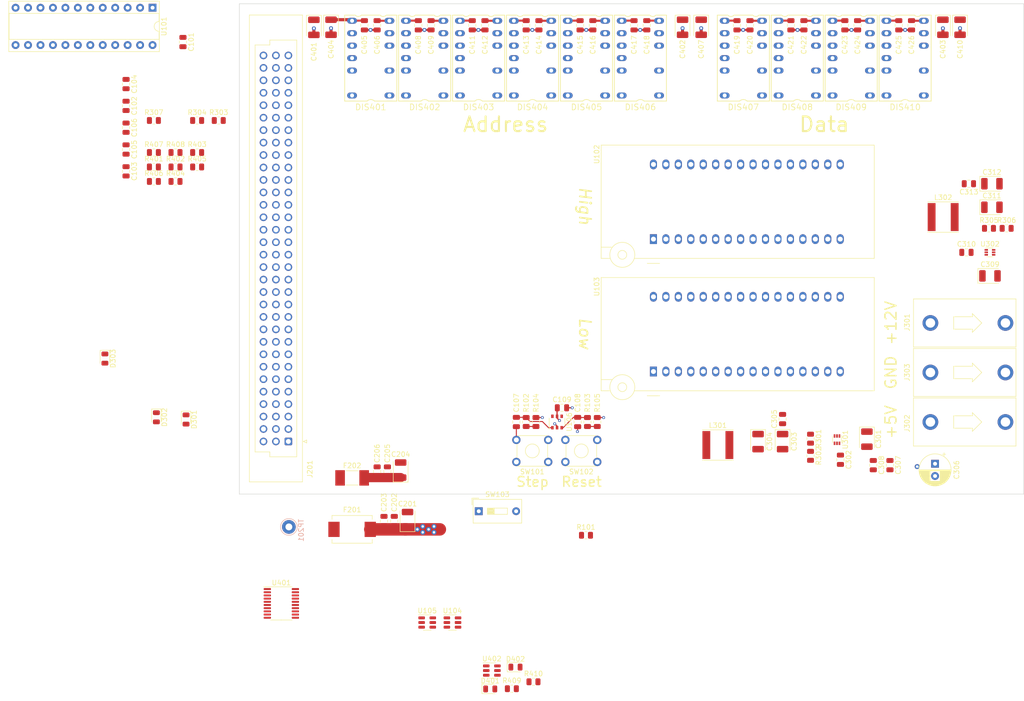
<source format=kicad_pcb>
(kicad_pcb (version 20211014) (generator pcbnew)
  (layers (0 "F.Cu" signal) (1 "In1.Cu" signal) (2 "In2.Cu" signal) (31 "B.Cu" signal) (34 "B.Paste" user) (35 "F.Paste" user) (36 "B.SilkS" user "B.Silkscreen") (37 "F.SilkS" user "F.Silkscreen") (38 "B.Mask" user) (39 "F.Mask" user) (44 "Edge.Cuts" user))
  (net 0 "")
  (net 1 "+5V")
  (net 2 "GND")
  (net 3 "+12V")
  (net 4 "Net-(C302-Pad1)")
  (net 5 "Net-(C302-Pad2)")
  (net 6 "Net-(C310-Pad1)")
  (net 7 "Net-(C310-Pad2)")
  (net 8 "+5VA")
  (net 9 "Net-(D301-Pad2)")
  (net 10 "Net-(D302-Pad2)")
  (net 11 "Net-(D303-Pad2)")
  (net 12 "/I2C_SCL")
  (net 13 "/Backplane Connector/D9")
  (net 14 "/Backplane Connector/D10")
  (net 15 "/Backplane Connector/D7")
  (net 16 "/Backplane Connector/D6")
  (net 17 "/Backplane Connector/D2")
  (net 18 "/Backplane Connector/A23")
  (net 19 "/Backplane Connector/A20")
  (net 20 "/Backplane Connector/A13")
  (net 21 "/Backplane Connector/A14")
  (net 22 "/Backplane Connector/A11")
  (net 23 "/Backplane Connector/A7")
  (net 24 "/Backplane Connector/A5")
  (net 25 "/R{slash}~{W}")
  (net 26 "/CLK")
  (net 30 "/~{MEM}")
  (net 31 "/~{RESET}")
  (net 32 "/~{IACK}")
  (net 33 "/SNDR")
  (net 34 "/~{I2C_IRQ}")
  (net 35 "/Backplane Connector/D8")
  (net 36 "/Backplane Connector/D11")
  (net 37 "/Backplane Connector/D14")
  (net 38 "/Backplane Connector/D5")
  (net 39 "/Backplane Connector/D4")
  (net 40 "/Backplane Connector/D0")
  (net 41 "/Backplane Connector/A21")
  (net 42 "/Backplane Connector/A15")
  (net 43 "/Backplane Connector/A16")
  (net 44 "/Backplane Connector/A10")
  (net 45 "/Backplane Connector/A9")
  (net 46 "/Backplane Connector/A4")
  (net 47 "/Backplane Connector/A3")
  (net 48 "/~{LDS}")
  (net 49 "/~{DTACK}")
  (net 54 "/~{BG}")
  (net 55 "/~{BR}")
  (net 56 "/~{IRQ}")
  (net 57 "/I2C_SDA")
  (net 58 "/Backplane Connector/D13")
  (net 59 "/Backplane Connector/D15")
  (net 60 "/Backplane Connector/D12")
  (net 61 "/Backplane Connector/D3")
  (net 62 "/Backplane Connector/D1")
  (net 63 "/Backplane Connector/A22")
  (net 64 "/Backplane Connector/A19")
  (net 65 "/Backplane Connector/A17")
  (net 66 "/Backplane Connector/A18")
  (net 67 "/Backplane Connector/A12")
  (net 68 "/Backplane Connector/A8")
  (net 69 "/Backplane Connector/A6")
  (net 70 "/Backplane Connector/A2")
  (net 71 "/Backplane Connector/A1")
  (net 72 "/~{UDS}")
  (net 73 "/~{AS}")
  (net 78 "/~{HALT}")
  (net 79 "/~{BGACK}")
  (net 80 "/~{BERR}")
  (net 81 "/SNDL")
  (net 82 "Net-(C107-Pad1)")
  (net 83 "/~{FLASH_CS}")
  (net 84 "/~{LOE}")
  (net 85 "/~{LWE}")
  (net 86 "/~{UWE}")
  (net 87 "Net-(C108-Pad1)")
  (net 88 "/~{UOE}")
  (net 89 "/A20")
  (net 90 "/DTACK")
  (net 91 "/A21")
  (net 92 "Net-(R102-Pad1)")
  (net 93 "/A22")
  (net 94 "Net-(R103-Pad1)")
  (net 95 "/A23")
  (net 99 "Net-(R301-Pad2)")
  (net 101 "Net-(R305-Pad2)")
  (net 103 "Net-(DIS407-Pad4)")
  (net 104 "/Displays and Indicators/~{WRITE_LED}")
  (net 105 "Net-(DIS407-Pad10)")
  (net 106 "/Displays and Indicators/~{LDS_LED}")
  (net 107 "Net-(DIS408-Pad4)")
  (net 108 "Net-(DIS408-Pad10)")
  (net 109 "Net-(DIS409-Pad4)")
  (net 110 "Net-(DIS409-Pad10)")
  (net 111 "/Displays and Indicators/~{UDS_LED}")
  (net 112 "Net-(DIS410-Pad4)")
  (net 113 "Net-(DIS410-Pad10)")
  (net 114 "/Displays and Indicators/A2")
  (net 115 "/Displays and Indicators/A1")
  (net 116 "/Displays and Indicators/A3")
  (net 119 "/Displays and Indicators/~{ADDR_LATCH}")
  (net 120 "/Displays and Indicators/BLANK_ADDR")
  (net 121 "/Displays and Indicators/A6")
  (net 122 "/Displays and Indicators/A5")
  (net 123 "/Displays and Indicators/A7")
  (net 124 "/Displays and Indicators/A4")
  (net 127 "/Displays and Indicators/A10")
  (net 128 "/Displays and Indicators/A9")
  (net 129 "/Displays and Indicators/A11")
  (net 130 "/Displays and Indicators/A8")
  (net 133 "/Displays and Indicators/A14")
  (net 134 "/Displays and Indicators/A13")
  (net 135 "/Displays and Indicators/A15")
  (net 136 "/Displays and Indicators/A12")
  (net 139 "/Displays and Indicators/A18")
  (net 140 "/Displays and Indicators/A17")
  (net 141 "/Displays and Indicators/A19")
  (net 142 "/Displays and Indicators/A16")
  (net 145 "/Displays and Indicators/A22")
  (net 146 "/Displays and Indicators/A21")
  (net 147 "/Displays and Indicators/A23")
  (net 148 "/Displays and Indicators/A20")
  (net 151 "/Displays and Indicators/D2")
  (net 152 "/Displays and Indicators/D1")
  (net 153 "/Displays and Indicators/D3")
  (net 154 "/Displays and Indicators/D0")
  (net 155 "/Displays and Indicators/~{DATA_LATCH}")
  (net 156 "/Displays and Indicators/BLANK_DATA")
  (net 157 "/Displays and Indicators/D6")
  (net 158 "/Displays and Indicators/D5")
  (net 159 "/Displays and Indicators/D7")
  (net 160 "/Displays and Indicators/D4")
  (net 161 "/Displays and Indicators/D10")
  (net 162 "/Displays and Indicators/D9")
  (net 163 "/Displays and Indicators/D11")
  (net 164 "/Displays and Indicators/D8")
  (net 165 "/Displays and Indicators/D14")
  (net 166 "/Displays and Indicators/D13")
  (net 167 "/Displays and Indicators/D15")
  (net 168 "/Displays and Indicators/D12")
  (net 170 "/A17")
  (net 171 "/A16")
  (net 172 "/A18")
  (net 173 "/A13")
  (net 174 "/A15")
  (net 175 "/A8")
  (net 176 "/A14")
  (net 177 "/A7")
  (net 178 "/A9")
  (net 179 "/A6")
  (net 180 "/A10")
  (net 181 "/A5")
  (net 182 "/A12")
  (net 183 "/A4")
  (net 184 "/A3")
  (net 185 "/A11")
  (net 186 "/A2")
  (net 187 "/A1")
  (net 188 "/D15")
  (net 189 "/D8")
  (net 190 "/D14")
  (net 191 "/D9")
  (net 192 "/D13")
  (net 193 "/D10")
  (net 194 "/D12")
  (net 195 "/D11")
  (net 197 "/D7")
  (net 198 "/D0")
  (net 199 "/D6")
  (net 200 "/D1")
  (net 201 "/D5")
  (net 202 "/D2")
  (net 203 "/D4")
  (net 204 "/D3")
  (net 205 "/RESET")
  (net 206 "/HALT")
  (net 218 "Net-(F201-Pad1)")
  (net 219 "Net-(F202-Pad1)")
  (net 220 "/~{POR}")
  (net 221 "/~{RUN}")
  (net 222 "/~{STEP}")
  (net 223 "Net-(D401-Pad2)")
  (net 224 "Net-(D402-Pad2)")
  (net 225 "Net-(R409-Pad1)")
  (net 226 "Net-(R410-Pad1)")
  (footprint "Capacitor_Tantalum_SMD:CP_EIA-3528-21_Kemet-B" (layer "F.Cu") (at 52.9 115.1 90)
    (fp_text reference "C204")
    (fp_text value "10µF" hide)
  )
  (footprint "Resistor_SMD:R_0805_2012Metric" (layer "F.Cu") (at 75.58 159.7)
    (fp_text reference "R409")
    (fp_text value "1k")
  )
  (footprint "Resistor_SMD:R_0805_2012Metric" (layer "F.Cu") (at 11.386428 50.33)
    (fp_text reference "R403")
    (fp_text value "300R")
  )
  (footprint "Capacitor_SMD:C_0805_2012Metric" (layer "F.Cu") (at 100.5 24.38125 -90)
    (fp_text reference "C417")
    (fp_text value "100nF" hide)
  )
  (footprint "Capacitor_SMD:C_0805_2012Metric" (layer "F.Cu") (at 146.1 24.38125 -90)
    (fp_text reference "C424")
    (fp_text value "100nF" hide)
  )
  (footprint "Capacitor_SMD:C_0805_2012Metric" (layer "F.Cu") (at 56.5 24.38125 -90)
    (fp_text reference "C408")
    (fp_text value "100nF" hide)
  )
  (footprint "LED_SMD:LED_0805_2012Metric" (layer "F.Cu") (at 76.32 155.295)
    (fp_text reference "D402")
    (fp_text value "Yellow")
  )
  (footprint "Capacitor_SMD:C_0805_2012Metric" (layer "F.Cu") (at 168.8 56.7 180)
    (fp_text reference "C313")
    (fp_text value "100nF")
  )
  (footprint "Capacitor_SMD:C_0805_2012Metric" (layer "F.Cu") (at 92.1 24.38125 -90)
    (fp_text reference "C416")
    (fp_text value "100nF" hide)
  )
  (footprint "Capacitor_Tantalum_SMD:CP_EIA-3528-21_Kemet-B" (layer "F.Cu") (at 110.4 24.78125 -90)
    (fp_text reference "C402")
    (fp_text value "10µF" hide)
  )
  (footprint "Resistor_SMD:R_0805_2012Metric" (layer "F.Cu") (at 11.386428 53.28)
    (fp_text reference "R405")
    (fp_text value "300R")
  )
  (footprint "Capacitor_SMD:C_0805_2012Metric" (layer "F.Cu") (at 48.1 115.4 90)
    (fp_text reference "C206")
    (fp_text value "100nF" hide)
  )
  (footprint "Capacitor_SMD:C_0805_2012Metric" (layer "F.Cu") (at 135.15 24.38125 -90)
    (fp_text reference "C422")
    (fp_text value "100nF" hide)
  )
  (footprint "Button_Switch_THT:SW_TH_Tactile_Omron_B3F-10xx" (layer "F.Cu") (at 86.5 108.95)
    (fp_text reference "SW102")
    (fp_text value "Orang")
  )
  (footprint "Resistor_SMD:R_0805_2012Metric" (layer "F.Cu") (at 2.566428 43.8)
    (fp_text reference "R307")
    (fp_text value "300R")
  )
  (footprint "Capacitor_SMD:C_0805_2012Metric" (layer "F.Cu") (at -3.11 36.37 -90)
    (fp_text reference "C104")
    (fp_text value "100nF")
  )
  (footprint "Resistor_SMD:R_0805_2012Metric" (layer "F.Cu") (at 172.9 65.8)
    (fp_text reference "R305")
    (fp_text value "52k3")
  )
  (footprint "Capacitor_Tantalum_SMD:CP_EIA-3528-21_Kemet-B" (layer "F.Cu") (at 38.7 24.78125 -90)
    (fp_text reference "C404")
    (fp_text value "10µF" hide)
  )
  (footprint "led-displays-obsolete:TIL311" (layer "F.Cu") (at 155.8 31.08125 -90)
    (fp_text reference "DIS410")
    (fp_text value "TIL311")
  )
  (footprint "LED_SMD:LED_0805_2012Metric" (layer "F.Cu") (at 9.125 104.79 -90)
    (fp_text reference "D301")
    (fp_text value "Green")
  )
  (footprint "Capacitor_SMD:C_0805_2012Metric" (layer "F.Cu") (at 51.6 125.5 90)
    (fp_text reference "C202")
    (fp_text value "1µF" hide)
  )
  (footprint "Capacitor_THT:CP_Radial_D6.3mm_P2.50mm" (layer "F.Cu") (at 161.9 113.81762 -90)
    (fp_text reference "C306")
    (fp_text value "47µF")
  )
  (footprint "led-displays-obsolete:TIL311" (layer "F.Cu") (at 101.8 31.08125 -90)
    (fp_text reference "DIS406")
    (fp_text value "TIL311")
  )
  (footprint "Package_SO:TSSOP-20_4.4x6.5mm_P0.65mm" (layer "F.Cu") (at 28.566666 142.3)
    (fp_text reference "U401")
    (fp_text value "74HC244")
  )
  (footprint "Capacitor_Tantalum_SMD:CP_EIA-3528-21_Kemet-B" (layer "F.Cu") (at 173.5 56.7)
    (fp_text reference "C312")
    (fp_text value "22µF")
  )
  (footprint "Capacitor_SMD:C_0805_2012Metric" (layer "F.Cu") (at 132.5 24.38125 -90)
    (fp_text reference "C421")
    (fp_text value "100nF" hide)
  )
  (footprint "Button_Switch_THT:SW_TH_Tactile_Omron_B3F-10xx" (layer "F.Cu") (at 76.5 108.95)
    (fp_text reference "SW101")
    (fp_text value "Black")
  )
  (footprint "Capacitor_SMD:C_0805_2012Metric" (layer "F.Cu") (at 124.15 24.38125 -90)
    (fp_text reference "C420")
    (fp_text value "100nF" hide)
  )
  (footprint "led-displays-obsolete:TIL311" (layer "F.Cu") (at 144.8 31.08125 -90)
    (fp_text reference "DIS409")
    (fp_text value "TIL311")
  )
  (footprint "Resistor_SMD:R_0805_2012Metric" (layer "F.Cu") (at 6.976428 50.33)
    (fp_text reference "R408")
    (fp_text value "300R")
  )
  (footprint "Package_TO_SOT_SMD:SOT-23-6" (layer "F.Cu") (at 63.466666 146.2)
    (fp_text reference "U104")
    (fp_text value "74AUC2G07")
  )
  (footprint "LED_SMD:LED_0805_2012Metric" (layer "F.Cu") (at 3.075 104.34 -90)
    (fp_text reference "D302")
    (fp_text value "Green")
  )
  (footprint "Capacitor_SMD:C_0805_2012Metric" (layer "F.Cu") (at 81.1 24.38125 -90)
    (fp_text reference "C414")
    (fp_text value "100nF" hide)
  )
  (footprint "Capacitor_SMD:C_0805_2012Metric" (layer "F.Cu") (at 89.5 24.38125 -90)
    (fp_text reference "C415")
    (fp_text value "100nF" hide)
  )
  (footprint "Capacitor_SMD:C_0805_2012Metric" (layer "F.Cu") (at 50.2 115.4 90)
    (fp_text reference "C205")
    (fp_text value "1µF" hide)
  )
  (footprint "Capacitor_SMD:C_0805_2012Metric" (layer "F.Cu") (at 121.5 24.38125 -90)
    (fp_text reference "C419")
    (fp_text value "100nF" hide)
  )
  (footprint "Capacitor_Tantalum_SMD:CP_EIA-3528-21_Kemet-B" (layer "F.Cu") (at 173.5 61.5)
    (fp_text reference "C311")
    (fp_text value "22µF")
  )
  (footprint "Resistor_SMD:R_0805_2012Metric" (layer "F.Cu") (at 176.5 65.8)
    (fp_text reference "R306")
    (fp_text value "10k")
  )
  (footprint "Capacitor_SMD:C_0805_2012Metric" (layer "F.Cu") (at 157.1 24.38125 -90)
    (fp_text reference "C426")
    (fp_text value "100nF" hide)
  )
  (footprint "Capacitor_Tantalum_SMD:CP_EIA-3528-21_Kemet-B" (layer "F.Cu") (at 54.3 125.2 90)
    (fp_text reference "C201")
    (fp_text value "10µF" hide)
  )
  (footprint "Capacitor_SMD:C_0805_2012Metric" (layer "F.Cu") (at 168.3 70.7)
    (fp_text reference "C310")
    (fp_text value "100nF")
  )
  (footprint "Resistor_SMD:R_0805_2012Metric" (layer "F.Cu") (at 136.5 108.7 -90)
    (fp_text reference "R301")
    (fp_text value "52k3")
  )
  (footprint "Capacitor_Tantalum_SMD:CP_EIA-3528-21_Kemet-B" (layer "F.Cu") (at 173.1 75.5)
    (fp_text reference "C309")
    (fp_text value "10µF")
  )
  (footprint "Inductor_SMD:L_Taiyo-Yuden_NR-60xx" (layer "F.Cu") (at 163.55 63.5)
    (fp_text reference "L302")
    (fp_text value "2.2µH")
  )
  (footprint "68komputer-common:DELTRON-571-0x00" (layer "F.Cu") (at 178.405 85.1 -90)
    (fp_text reference "J301")
    (fp_text value "Conn_01x01_Female" hide)
  )
  (footprint "Capacitor_SMD:C_0805_2012Metric" (layer "F.Cu") (at 45.5 24.38125 -90)
    (fp_text reference "C405")
    (fp_text value "100nF" hide)
  )
  (footprint "Resistor_SMD:R_0805_2012Metric" (layer "F.Cu") (at 90.7 128.4)
    (fp_text reference "R101")
    (fp_text value "10k" hide)
  )
  (footprint "Capacitor_SMD:C_0805_2012Metric" (layer "F.Cu") (at 143.5 24.38125 -90)
    (fp_text reference "C423")
    (fp_text value "100nF" hide)
  )
  (footprint "Resistor_SMD:R_0805_2012Metric" (layer "F.Cu") (at 78.5 105.3 90)
    (fp_text reference "R102")
    (fp_text value "100R" hide)
  )
  (footprint "Resistor_SMD:R_0805_2012Metric" (layer "F.Cu") (at 136.5 112.2 -90)
    (fp_text reference "R302")
    (fp_text value "10k")
  )
  (footprint "Resistor_SMD:R_0805_2012Metric" (layer "F.Cu") (at 2.566428 53.28)
    (fp_text reference "R401")
    (fp_text value "300R")
  )
  (footprint "Resistor_SMD:R_0805_2012Metric" (layer "F.Cu") (at 2.566428 50.33)
    (fp_text reference "R407")
    (fp_text value "300R")
  )
  (footprint "Capacitor_SMD:C_0805_2012Metric" (layer "F.Cu") (at 149.3 114.1 -90)
    (fp_text reference "C308")
    (fp_text value "100nF")
  )
  (footprint "Capacitor_SMD:C_0805_2012Metric" (layer "F.Cu") (at -3.11 40.82 -90)
    (fp_text reference "C102")
    (fp_text value "100nF")
  )
  (footprint "Capacitor_Tantalum_SMD:CP_EIA-3528-21_Kemet-B" (layer "F.Cu") (at 163.5 24.78125 -90)
    (fp_text reference "C403")
    (fp_text value "10µF" hide)
  )
  (footprint "Socket:DIP_Socket-32_W11.9_W12.7_W15.24_W17.78_W18.5_3M_232-1285-00-0602J" (layer "F.Cu") (at 104.46 68 90)
    (fp_text reference "U102")
    (fp_text value "SST39SF020")
  )
  (footprint "Package_TO_SOT_SMD:SOT-23-6" (layer "F.Cu") (at 71.5 156)
    (fp_text reference "U402")
    (fp_text value "74AUC2G34")
  )
  (footprint "Capacitor_Tantalum_SMD:CP_EIA-3528-21_Kemet-B" (layer "F.Cu") (at 114.2 24.78125 -90)
    (fp_text reference "C407")
    (fp_text value "10µF" hide)
  )
  (footprint "Connector_DIN:DIN41612_C_3x32_Female_Vertical_THT" (layer "F.Cu") (at 30 109.27 180)
    (fp_text reference "J201")
    (fp_text value "Conn_03x32_Row_Letter_First")
  )
  (footprint "Resistor_SMD:R_0805_2012Metric" (layer "F.Cu") (at 91 105.3 90)
    (fp_text reference "R103")
    (fp_text value "100R" hide)
  )
  (footprint "Capacitor_Tantalum_SMD:CP_EIA-3528-21_Kemet-B" (layer "F.Cu") (at 35.2 24.8 -90)
    (fp_text reference "C401")
    (fp_text value "10µF" hide)
  )
  (footprint "Resistor_SMD:R_0805_2012Metric" (layer "F.Cu") (at 2.566428 56.23)
    (fp_text reference "R406")
    (fp_text value "300R")
  )
  (footprint "Capacitor_SMD:C_0805_2012Metric" (layer "F.Cu") (at -3.11 49.72 -90)
    (fp_text reference "C105")
    (fp_text value "4.7µF")
  )
  (footprint "Capacitor_SMD:C_0805_2012Metric" (layer "F.Cu") (at 67.5 24.38125 -90)
    (fp_text reference "C411")
    (fp_text value "100nF" hide)
  )
  (footprint "Capacitor_SMD:C_0805_2012Metric" (layer "F.Cu") (at 48.1 24.38125 -90)
    (fp_text reference "C406")
    (fp_text value "100nF" hide)
  )
  (footprint "Resistor_SMD:R_0805_2012Metric" (layer "F.Cu") (at 6.976428 53.28)
    (fp_text reference "R402")
    (fp_text value "300R")
  )
  (footprint "Capacitor_SMD:C_0805_2012Metric" (layer "F.Cu") (at -3.11 54.17 -90)
    (fp_text reference "C103")
    (fp_text value "4.7µF")
  )
  (footprint "Socket:DIP_Socket-32_W11.9_W12.7_W15.24_W17.78_W18.5_3M_232-1285-00-0602J" (layer "F.Cu") (at 104.46 95 90)
    (fp_text reference "U103")
    (fp_text value "SST39SF020")
  )
  (footprint "Capacitor_SMD:C_0805_2012Metric" (layer "F.Cu") (at 76.5 105.3 -90)
    (fp_text reference "C107")
    (fp_text value "10µF" hide)
  )
  (footprint "led-displays-obsolete:TIL311" (layer "F.Cu") (at 122.8 31.08125 -90)
    (fp_text reference "DIS407")
    (fp_text value "TIL311")
  )
  (footprint "led-displays-obsolete:TIL311" (layer "F.Cu") (at 46.8 31.08125 -90)
    (fp_text reference "DIS401")
    (fp_text value "TIL311")
  )
  (footprint "Package_TO_SOT_SMD:SOT-563" (layer "F.Cu") (at 141.9 108.9 -90)
    (fp_text reference "U301")
    (fp_text value "AP62250Z6")
  )
  (footprint "Button_Switch_THT:SW_DIP_SPSTx01_Slide_9.78x4.72mm_W7.62mm_P2.54mm" (layer "F.Cu") (at 68.8325 123.5)
    (fp_text reference "SW103")
    (fp_text value "SW_DIP_x01")
  )
  (footprint "Capacitor_SMD:C_0805_2012Metric" (layer "F.Cu") (at 78.5 24.38125 -90)
    (fp_text reference "C413")
    (fp_text value "100nF" hide)
  )
  (footprint "Capacitor_SMD:C_0805_2012Metric" (layer "F.Cu") (at 103.1 24.38125 -90)
    (fp_text reference "C418")
    (fp_text value "100nF" hide)
  )
  (footprint "Capacitor_Tantalum_SMD:CP_EIA-3528-21_Kemet-B" (layer "F.Cu") (at 167 24.78125 -90)
    (fp_text reference "C410")
    (fp_text value "10µF" hide)
  )
  (footprint "led-displays-obsolete:TIL311" (layer "F.Cu") (at 133.8 31.08125 -90)
    (fp_text reference "DIS408")
    (fp_text value "TIL311")
  )
  (footprint "Capacitor_SMD:C_0805_2012Metric" (layer "F.Cu") (at 142.6 113 -90)
    (fp_text reference "C302")
    (fp_text value "100nF")
  )
  (footprint "Capacitor_Tantalum_SMD:CP_EIA-3528-21_Kemet-B" (layer "F.Cu") (at 125.8 109.3 -90)
    (fp_text reference "C304")
    (fp_text value "22µF")
  )
  (footprint "Capacitor_SMD:C_0805_2012Metric" (layer "F.Cu") (at 130.8 104.7 90)
    (fp_text reference "C305")
    (fp_text value "100nF")
  )
  (footprint "Capacitor_Tantalum_SMD:CP_EIA-3528-21_Kemet-B" (layer "F.Cu") (at 148 108.8 -90)
    (fp_text reference "C301")
    (fp_text value "10µF")
  )
  (footprint "Capacitor_SMD:C_0805_2012Metric" (layer "F.Cu") (at 8.496428 27.8 -90)
    (fp_text reference "C101")
    (fp_text value "4.7µF")
  )
  (footprint "Capacitor_SMD:C_0805_2012Metric" (layer "F.Cu") (at 59.1 24.38125 -90)
    (fp_text reference "C409")
    (fp_text value "100nF" hide)
  )
  (footprint "Capacitor_SMD:C_0805_2012Metric" (layer "F.Cu") (at 154.5 24.38125 -90)
    (fp_text reference "C425")
    (fp_text value "100nF" hide)
  )
  (footprint "Fuse:Fuse_Littelfuse-NANO2-451_453" (layer "F.Cu") (at 43 116.7)
    (fp_text reference "F202")
    (fp_text value ".5A")
  )
  (footprint "Capacitor_SMD:C_0805_2012Metric" (layer "F.Cu") (at 49.5 125.5 90)
    (fp_text reference "C203")
    (fp_text value "100nF" hide)
  )
  (footprint "Capacitor_Tantalum_SMD:CP_EIA-3528-21_Kemet-B" (layer "F.Cu") (at 130.8 109.3 -90)
    (fp_text reference "C303")
    (fp_text value "22µF")
  )
  (footprint "LED_SMD:LED_0805_2012Metric" (layer "F.Cu") (at 71.17 159.745)
    (fp_text reference "D401")
    (fp_text value "Yellow")
  )
  (footprint "Capacitor_SMD:C_0805_2012Metric" (layer "F.Cu") (at 85.8 102.4)
    (fp_text reference "C109")
    (fp_text value "100nF" hide)
  )
  (footprint "Package_SO:TSOP-6_1.65x3.05mm_P0.95mm" (layer "F.Cu") (at 84.8 105.3 90)
    (fp_text reference "U106")
    (fp_text value "74HC2G14")
  )
  (footprint "68komputer-common:DELTRON-571-0x00" (layer "F.Cu") (at 178.405 105.3 -90)
    (fp_text reference "J302")
    (fp_text value "Conn_01x01_Female" hide)
  )
  (footprint "Resistor_SMD:R_0805_2012Metric" (layer "F.Cu") (at 6.976428 56.23)
    (fp_text reference "R404")
    (fp_text value "300R")
  )
  (footprint "Resistor_SMD:R_0805_2012Metric" (layer "F.Cu") (at 11.386428 43.8)
    (fp_text reference "R304")
    (fp_text value "4k7")
  )
  (footprint "Package_TO_SOT_SMD:SOT-563" (layer "F.Cu") (at 173.1 70.7)
    (fp_text reference "U302")
    (fp_text value "AP62250Z6")
  )
  (footprint "Resistor_SMD:R_0805_2012Metric" (layer "F.Cu") (at 15.796428 43.8)
    (fp_text reference "R303")
    (fp_text value "300R")
  )
  (footprint "led-displays-obsolete:TIL311" (layer "F.Cu") (at 68.8 31.08125 -90)
    (fp_text reference "DIS403")
    (fp_text value "TIL311")
  )
  (footprint "Package_DIP:DIP-24_W7.62mm_Socket" (layer "F.Cu") (at 2.296428 20.8 -90)
    (fp_text reference "U101")
    (fp_text value "ATF22V10C")
  )
  (footprint "Capacitor_SMD:C_0805_2012Metric" (layer "F.Cu") (at 152.7 114.1 -90)
    (fp_text reference "C307")
    (fp_text value "1µF")
  )
  (footprint "Resistor_SMD:R_0805_2012Metric" (layer "F.Cu") (at 80.5 105.3 -90)
    (fp_text reference "R104")
    (fp_text value "10k" hide)
  )
  (footprint "Resistor_SMD:R_0805_2012Metric" (layer "F.Cu") (at 93 105.3 -90)
    (fp_text reference "R105")
    (fp_text value "10k" hide)
  )
  (footprint "Capacitor_SMD:C_0805_2012Metric" (layer "F.Cu") (at 70.1 24.38125 -90)
    (fp_text reference "C412")
    (fp_text value "100nF" hide)
  )
  (footprint "Fuse:Fuse_Bourns_MF-SM_7.98x5.44mm" (layer "F.Cu") (at 43 127.2)
    (fp_text reference "F201")
    (fp_text value "1.5A")
  )
  (footprint "Resistor_SMD:R_0805_2012Metric" (layer "F.Cu") (at 79.99 158.29)
    (fp_text reference "R410")
    (fp_text value "1k")
  )
  (footprint "68komputer-common:DELTRON-571-0x00" (layer "F.Cu") (at 178.405 95.2 -90)
    (fp_text reference "J303")
    (fp_text value "Conn_01x01_Female" hide)
  )
  (footprint "Capacitor_SMD:C_0805_2012Metric" (layer "F.Cu") (at -3.11 45.27 -90)
    (fp_text reference "C106")
    (fp_text value "100nF")
  )
  (footprint "led-displays-obsolete:TIL311" (layer "F.Cu") (at 57.8 31.08125 -90)
    (fp_text reference "DIS402")
    (fp_text value "TIL311")
  )
  (footprint "Inductor_SMD:L_Taiyo-Yuden_NR-60xx" (layer "F.Cu") (at 117.6 110)
    (fp_text reference "L301")
    (fp_text value "2.2µH")
  )
  (footprint "LED_SMD:LED_0805_2012Metric" (layer "F.Cu") (at -7.425 92.36 -90)
    (fp_text reference "D303")
    (fp_text value "Green")
  )
  (footprint "Capacitor_SMD:C_0805_2012Metric" (layer "F.Cu") (at 89 105.3 -90)
    (fp_text reference "C108")
    (fp_text value "10µF" hide)
  )
  (footprint "led-displays-obsolete:TIL311" (layer "F.Cu") (at 79.8 31.08125 -90)
    (fp_text reference "DIS404")
    (fp_text value "TIL311")
  )
  (footprint "Package_TO_SOT_SMD:SOT-23-6" (layer "F.Cu") (at 58.316666 146.2)
    (fp_text reference "U105")
    (fp_text value "74AUC2G07")
  )
  (footprint "led-displays-obsolete:TIL311" (layer "F.Cu") (at 90.8 31.08125 -90)
    (fp_text reference "DIS405")
    (fp_text value "TIL311")
  )
  (footprint "TestPoint:TestPoint_Loop_D2.60mm_Drill1.4mm_Beaded" (layer "B.Cu") (at 30.1 126.7 -90)
    (fp_text reference "TP201")
    (fp_text value "TestPoint")
  )
  (gr_line (start 20 120) (end 180 120) (layer "Edge.Cuts") (width 0.1))
  (gr_line (start 180 120) (end 180 20) (layer "Edge.Cuts") (width 0.1))
  (gr_line (start 20 20) (end 180 20) (layer "Edge.Cuts") (width 0.1))
  (gr_line (start 20 120) (end 20 20) (layer "Edge.Cuts") (width 0.1))
  (gr_text "Data" (at 139.3 44.6) (layer "F.SilkS") (effects (font (size 3 3) (thickness 0.42))))
  (gr_text "Address" (at 74.3 44.6) (layer "F.SilkS") (effects (font (size 3 3) (thickness 0.42))))
  (gr_text "+12V" (at 152.9 85.1 -270) (layer "F.SilkS") (effects (font (size 2.25 2.25) (thickness 0.3))))
  (gr_text "Low" (at 90.5 87.28 -90) (layer "F.SilkS") (effects (font (size 2.33 2.33) (thickness 0.35) italic)))
  (gr_text "Reset" (at 89.8 117.5) (layer "F.SilkS") (effects (font (size 2 2) (thickness 0.3))))
  (gr_text "Step" (at 79.8 117.5) (layer "F.SilkS") (effects (font (size 2 2) (thickness 0.3))))
  (gr_text "+5V" (at 152.9 105.3 -270) (layer "F.SilkS") (effects (font (size 2.25 2.25) (thickness 0.3))))
  (gr_text "High" (at 90.5 61.28 -90) (layer "F.SilkS") (effects (font (size 2.33 2.33) (thickness 0.35) italic)))
  (gr_text "GND" (at 152.9 95.2 -270) (layer "F.SilkS") (effects (font (size 2.25 2.25) (thickness 0.3))))
  (segment (start 148.61 23.46125) (end 146.13 23.46125) (width 0.4064) (layer "F.Cu") (net 1))
  (segment (start 137.61 23.46125) (end 135.18 23.46125) (width 0.4064) (layer "F.Cu") (net 1))
  (segment (start 80.5 104.3875) (end 81.7875 104.3875) (width 0.2032) (layer "F.Cu") (net 1))
  (segment (start 50.61 23.46125) (end 48.13 23.46125) (width 0.4064) (layer "F.Cu") (net 1))
  (segment (start 70.13 23.46125) (end 70.1 23.43125) (width 0.4064) (layer "F.Cu") (net 1))
  (segment (start 105.58 23.43125) (end 105.61 23.46125) (width 0.4064) (layer "F.Cu") (net 1))
  (segment (start 46.7 127.2) (end 54 127.2) (width 2.54) (layer "F.Cu") (net 1))
  (segment (start 84.8 102.45) (end 84.85 102.4) (width 0.254) (layer "F.Cu") (net 1))
  (segment (start 94.61 23.46125) (end 92.13 23.46125) (width 0.4064) (layer "F.Cu") (net 1))
  (segment (start 61.61 23.46125) (end 59.13 23.46125) (width 0.4064) (layer "F.Cu") (net 1))
  (segment (start 84.8 104.5) (end 85.3 105) (width 0.254) (layer "F.Cu") (net 1))
  (segment (start 146.13 23.46125) (end 146.1 23.43125) (width 0.4064) (layer "F.Cu") (net 1))
  (segment (start 84.8 104.14) (end 84.8 102.45) (width 0.254) (layer "F.Cu") (net 1))
  (segment (start 93 104.3875) (end 94.2875 104.3875) (width 0.2032) (layer "F.Cu") (net 1))
  (segment (start 126.61 23.46125) (end 124.18 23.46125) (width 0.4064) (layer "F.Cu") (net 1))
  (segment (start 103.1 23.43125) (end 105.58 23.43125) (width 0.4064) (layer "F.Cu") (net 1))
  (segment (start 135.18 23.46125) (end 135.15 23.43125) (width 0.4064) (layer "F.Cu") (net 1))
  (segment (start 124.18 23.46125) (end 124.15 23.43125) (width 0.4064) (layer "F.Cu") (net 1))
  (segment (start 84.8 104.14) (end 84.8 104.5) (width 0.254) (layer "F.Cu") (net 1))
  (segment (start 48.13 23.46125) (end 48.1 23.43125) (width 0.4064) (layer "F.Cu") (net 1))
  (segment (start 53.7 127.2) (end 60.9 127.2) (width 2.54) (layer "F.Cu") (net 1))
  (segment (start 81.7875 104.3875) (end 81.8 104.4) (width 0.2032) (layer "F.Cu") (net 1))
  (segment (start 159.61 23.46125) (end 157.13 23.46125) (width 0.4064) (layer "F.Cu") (net 1))
  (segment (start 72.61 23.46125) (end 70.13 23.46125) (width 0.4064) (layer "F.Cu") (net 1))
  (segment (start 157.13 23.46125) (end 157.1 23.43125) (width 0.4064) (layer "F.Cu") (net 1))
  (segment (start 83.61 23.46125) (end 81.13 23.46125) (width 0.4064) (layer "F.Cu") (net 1))
  (segment (start 94.2875 104.3875) (end 94.3 104.4) (width 0.2032) (layer "F.Cu") (net 1))
  (segment (start 92.13 23.46125) (end 92.1 23.43125) (width 0.4064) (layer "F.Cu") (net 1))
  (segment (start 81.13 23.46125) (end 81.1 23.43125) (width 0.4064) (layer "F.Cu") (net 1))
  (segment (start 59.13 23.46125) (end 59.1 23.43125) (width 0.4064) (layer "F.Cu") (net 1))
  (via (at 57.4 126.6) (size 1) (drill 0.5) (layers "F.Cu" "B.Cu") (net 1))
  (via (at 56.3 127.2) (size 1) (drill 0.5) (layers "F.Cu" "B.Cu") (net 1))
  (via (at 58.6 127.2) (size 1) (drill 0.5) (layers "F.Cu" "B.Cu") (net 1))
  (via (at 57.4 127.8) (size 1) (drill 0.5) (layers "F.Cu" "B.Cu") (net 1))
  (via (at 81.8 104.4) (size 0.6) (drill 0.3) (layers "F.Cu" "B.Cu") (net 1))
  (via (at 158.255 114.4) (size 1) (drill 0.5) (layers "F.Cu" "B.Cu") (net 1))
  (via (at 59.7 126.6) (size 1) (drill 0.5) (layers "F.Cu" "B.Cu") (net 1))
  (via (at 59.7 127.8) (size 1) (drill 0.5) (layers "F.Cu" "B.Cu") (net 1))
  (via (at 94.3 104.4) (size 0.6) (drill 0.3) (layers "F.Cu" "B.Cu") (net 1))
  (via (at 85.3 105) (size 0.6) (drill 0.3) (layers "F.Cu" "B.Cu") (net 1))
  (segment (start 124.15 25.33125) (end 122.75 25.33125) (width 0.4064) (layer "F.Cu") (net 2))
  (segment (start 167 26.2) (end 167 24.9625) (width 0.635) (layer "F.Cu") (net 2))
  (segment (start 38.7 26.31875) (end 38.7 24.98125) (width 0.635) (layer "F.Cu") (net 2))
  (segment (start 67.5 25.33125) (end 70.1 25.33125) (width 0.4064) (layer "F.Cu") (net 2))
  (segment (start 121.5 25.33125) (end 122.75 25.33125) (width 0.4064) (layer "F.Cu") (net 2))
  (segment (start 146.1 25.33125) (end 144.85 25.33125) (width 0.4064) (layer "F.Cu") (net 2))
  (segment (start 114.2 26.31875) (end 114.2 24.98125) (width 0.635) (layer "F.Cu") (net 2))
  (segment (start 155.75 25.33125) (end 154.5 25.33125) (width 0.4064) (layer "F.Cu") (net 2))
  (segment (start 157.1 25.33125) (end 155.75 25.33125) (width 0.4064) (layer "F.Cu") (net 2))
  (segment (start 132.5 25.33125) (end 133.85 25.33125) (width 0.4064) (layer "F.Cu") (net 2))
  (segment (start 143.5 25.33125) (end 144.85 25.33125) (width 0.4064) (layer "F.Cu") (net 2))
  (segment (start 56.5 25.33125) (end 59.1 25.33125) (width 0.4064) (layer "F.Cu") (net 2))
  (segment (start 78.5 25.33125) (end 81.1 25.33125) (width 0.25) (layer "F.Cu") (net 2))
  (segment (start 110.4 26.31875) (end 110.4 24.98125) (width 0.635) (layer "F.Cu") (net 2))
  (segment (start 135.15 25.33125) (end 133.85 25.33125) (width 0.4064) (layer "F.Cu") (net 2))
  (segment (start 89 105.95) (end 89 107.2) (width 0.2032) (layer "F.Cu") (net 2))
  (segment (start 35.2 26.35) (end 35.2 25.0125) (width 0.635) (layer "F.Cu") (net 2))
  (segment (start 89.5 25.33125) (end 92.1 25.33125) (width 0.4064) (layer "F.Cu") (net 2))
  (segment (start 84.8 106.46) (end 84.8 106.139379) (width 0.254) (layer "F.Cu") (net 2))
  (segment (start 45.5 25.33125) (end 46.75 25.33125) (width 0.4064) (layer "F.Cu") (net 2))
  (segment (start 100.5 25.33125) (end 103.1 25.33125) (width 0.4064) (layer "F.Cu") (net 2))
  (segment (start 163.5 26.21875) (end 163.5 24.98125) (width 0.635) (layer "F.Cu") (net 2))
  (segment (start 86.75 102.4) (end 87.9 102.4) (width 0.254) (layer "F.Cu") (net 2))
  (segment (start 84.8 106.139379) (end 84.319539 105.658918) (width 0.254) (layer "F.Cu") (net 2))
  (segment (start 46.75 25.33125) (end 48.1 25.33125) (width 0.4064) (layer "F.Cu") (net 2))
  (segment (start 76.5 106.25) (end 76.5 108.95) (width 0.2032) (layer "F.Cu") (net 2))
  (via (at 38.7 24.98125) (size 0.8) (drill 0.4) (layers "F.Cu" "B.Cu") (net 2))
  (via (at 68.75 25.33125) (size 0.8) (drill 0.4) (layers "F.Cu" "B.Cu") (net 2))
  (via (at 133.85 25.33125) (size 0.8) (drill 0.4) (layers "F.Cu" "B.Cu") (net 2))
  (via (at 87.9 102.4) (size 0.6) (drill 0.3) (layers "F.Cu" "B.Cu") (net 2))
  (via (at 57.75 25.33125) (size 0.8) (drill 0.4) (layers "F.Cu" "B.Cu") (net 2))
  (via (at 144.85 25.33125) (size 0.8) (drill 0.4) (layers "F.Cu" "B.Cu") (net 2))
  (via (at 84.319539 105.658918) (size 0.6) (drill 0.3) (layers "F.Cu" "B.Cu") (net 2))
  (via (at 79.75 25.33125) (size 0.8) (drill 0.4) (layers "F.Cu" "B.Cu") (net 2))
  (via (at 110.4 24.98125) (size 0.8) (drill 0.4) (layers "F.Cu" "B.Cu") (net 2))
  (via (at 167 24.98125) (size 0.8) (drill 0.4) (layers "F.Cu" "B.Cu") (net 2))
  (via (at 90.75 25.33125) (size 0.8) (drill 0.4) (layers "F.Cu" "B.Cu") (net 2))
  (via (at 163.5 25) (size 0.8) (drill 0.4) (layers "F.Cu" "B.Cu") (net 2))
  (via (at 122.75 25.33125) (size 0.8) (drill 0.4) (layers "F.Cu" "B.Cu") (net 2))
  (via (at 46.75 25.33125) (size 0.8) (drill 0.4) (layers "F.Cu" "B.Cu") (net 2))
  (via (at 35.2 25.0125) (size 0.8) (drill 0.4) (layers "F.Cu" "B.Cu") (net 2))
  (via (at 155.8 25.33125) (size 0.8) (drill 0.4) (layers "F.Cu" "B.Cu") (net 2))
  (via (at 114.2 24.98125) (size 0.8) (drill 0.4) (layers "F.Cu" "B.Cu") (net 2))
  (via (at 88.95 107.25) (size 0.6) (drill 0.3) (layers "F.Cu" "B.Cu") (net 2))
  (via (at 101.75 25.33125) (size 0.8) (drill 0.4) (layers "F.Cu" "B.Cu") (net 2))
  (segment (start 45.5175 116.6375) (end 45.455 116.7) (width 1.8796) (layer "F.Cu") (net 3))
  (segment (start 52.9 116.6375) (end 45.5175 116.6375) (width 1.8796) (layer "F.Cu") (net 3))
  (segment (start 43.02 23.43125) (end 42.99 23.46125) (width 0.4064) (layer "F.Cu") (net 8))
  (segment (start 100.5 23.43125) (end 98.02 23.43125) (width 0.4064) (layer "F.Cu") (net 8))
  (segment (start 141.02 23.43125) (end 140.99 23.46125) (width 0.4064) (layer "F.Cu") (net 8))
  (segment (start 119.02 23.43125) (end 118.99 23.46125) (width 0.4064) (layer "F.Cu") (net 8))
  (segment (start 87.02 23.43125) (end 86.99 23.46125) (width 0.4064) (layer "F.Cu") (net 8))
  (segment (start 89.5 23.43125) (end 87.02 23.43125) (width 0.4064) (layer "F.Cu") (net 8))
  (segment (start 54.02 23.43125) (end 53.99 23.46125) (width 0.4064) (layer "F.Cu") (net 8))
  (segment (start 98.02 23.43125) (end 97.99 23.46125) (width 0.4064) (layer "F.Cu") (net 8))
  (segment (start 76.02 23.43125) (end 75.99 23.46125) (width 0.4064) (layer "F.Cu") (net 8))
  (segment (start 154.5 23.43125) (end 152.02 23.43125) (width 0.4064) (layer "F.Cu") (net 8))
  (segment (start 38.7 23.24375) (end 42.7725 23.24375) (width 0.635) (layer "F.Cu") (net 8))
  (segment (start 152.02 23.43125) (end 151.99 23.46125) (width 0.4064) (layer "F.Cu") (net 8))
  (segment (start 67.5 23.43125) (end 65.02 23.43125) (width 0.4064) (layer "F.Cu") (net 8))
  (segment (start 65.02 23.43125) (end 64.99 23.46125) (width 0.4064) (layer "F.Cu") (net 8))
  (segment (start 121.5 23.43125) (end 119.02 23.43125) (width 0.4064) (layer "F.Cu") (net 8))
  (segment (start 42.7725 23.24375) (end 42.99 23.46125) (width 0.635) (layer "F.Cu") (net 8))
  (segment (start 56.5 23.43125) (end 54.02 23.43125) (width 0.4064) (layer "F.Cu") (net 8))
  (segment (start 78.5 23.43125) (end 76.02 23.43125) (width 0.4064) (layer "F.Cu") (net 8))
  (segment (start 143.5 23.43125) (end 141.02 23.43125) (width 0.4064) (layer "F.Cu") (net 8))
  (segment (start 130.02 23.43125) (end 129.99 23.46125) (width 0.4064) (layer "F.Cu") (net 8))
  (segment (start 45.5 23.43125) (end 43.02 23.43125) (width 0.4064) (layer "F.Cu") (net 8))
  (segment (start 132.5 23.43125) (end 130.02 23.43125) (width 0.4064) (layer "F.Cu") (net 8))
  (segment (start 78.4625 104.35) (end 78.5 104.3875) (width 0.2032) (layer "F.Cu") (net 82))
  (segment (start 78.5 104.3875) (end 79.31362 105.20112) (width 0.2032) (layer "F.Cu") (net 82))
  (segment (start 76.5 104.35) (end 78.4625 104.35) (width 0.2032) (layer "F.Cu") (net 82))
  (segment (start 81.80112 105.20112) (end 83.06 106.46) (width 0.2032) (layer "F.Cu") (net 82))
  (segment (start 83.06 106.46) (end 83.85 106.46) (width 0.2032) (layer "F.Cu") (net 82))
  (segment (start 79.31362 105.20112) (end 81.80112 105.20112) (width 0.2032) (layer "F.Cu") (net 82))
  (segment (start 89 104.35) (end 88.15 104.35) (width 0.2032) (layer "F.Cu") (net 87))
  (segment (start 89.0375 104.3875) (end 89 104.35) (width 0.2032) (layer "F.Cu") (net 87))
  (segment (start 88.15 104.35) (end 86.04 106.46) (width 0.2032) (layer "F.Cu") (net 87))
  (segment (start 86.04 106.46) (end 85.75 106.46) (width 0.2032) (layer "F.Cu") (net 87))
  (segment (start 91 104.3875) (end 89.0375 104.3875) (width 0.2032) (layer "F.Cu") (net 87))
  (segment (start 80.5 106.2125) (end 78.5 106.2125) (width 0.2032) (layer "F.Cu") (net 92))
  (segment (start 91 106.2125) (end 93 106.2125) (width 0.2032) (layer "F.Cu") (net 94))
)
</source>
